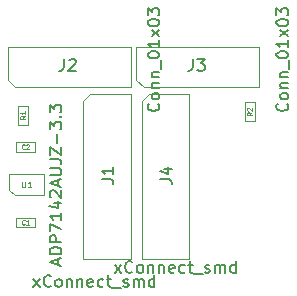
<source format=gbr>
G04 #@! TF.GenerationSoftware,KiCad,Pcbnew,5.1.4*
G04 #@! TF.CreationDate,2019-08-27T15:34:22-04:00*
G04 #@! TF.ProjectId,siot-node-temp,73696f74-2d6e-46f6-9465-2d74656d702e,rev?*
G04 #@! TF.SameCoordinates,Original*
G04 #@! TF.FileFunction,Other,Fab,Top*
%FSLAX46Y46*%
G04 Gerber Fmt 4.6, Leading zero omitted, Abs format (unit mm)*
G04 Created by KiCad (PCBNEW 5.1.4) date 2019-08-27 15:34:22*
%MOMM*%
%LPD*%
G04 APERTURE LIST*
%ADD10C,0.100000*%
%ADD11C,0.150000*%
%ADD12C,0.075000*%
%ADD13C,0.060000*%
G04 APERTURE END LIST*
D10*
X104800000Y-58300000D02*
X104200000Y-57700000D01*
X114600000Y-58300000D02*
X104800000Y-58300000D01*
X114600000Y-54900000D02*
X114600000Y-58300000D01*
X104200000Y-54900000D02*
X114600000Y-54900000D01*
X104200000Y-57700000D02*
X104200000Y-54900000D01*
X93900000Y-58300000D02*
X93300000Y-57700000D01*
X103700000Y-58300000D02*
X93900000Y-58300000D01*
X103700000Y-54900000D02*
X103700000Y-58300000D01*
X93300000Y-54900000D02*
X103700000Y-54900000D01*
X93300000Y-57700000D02*
X93300000Y-54900000D01*
X93450000Y-65720000D02*
X96350000Y-65720000D01*
X96350000Y-65720000D02*
X96350000Y-67480000D01*
X93900000Y-67480000D02*
X96350000Y-67480000D01*
X93450000Y-65720000D02*
X93450000Y-67030000D01*
X93900000Y-67480000D02*
X93450000Y-67030000D01*
X104650000Y-59500000D02*
X105250000Y-58900000D01*
X104650000Y-72900000D02*
X104650000Y-59500000D01*
X108650000Y-72900000D02*
X104650000Y-72900000D01*
X108650000Y-58900000D02*
X108650000Y-72900000D01*
X105250000Y-58900000D02*
X108650000Y-58900000D01*
X99700000Y-59500000D02*
X100300000Y-58900000D01*
X99700000Y-72900000D02*
X99700000Y-59500000D01*
X103700000Y-72900000D02*
X99700000Y-72900000D01*
X103700000Y-58900000D02*
X103700000Y-72900000D01*
X100300000Y-58900000D02*
X103700000Y-58900000D01*
X113400000Y-61200000D02*
X113400000Y-59600000D01*
X114200000Y-61200000D02*
X113400000Y-61200000D01*
X114200000Y-59600000D02*
X114200000Y-61200000D01*
X113400000Y-59600000D02*
X114200000Y-59600000D01*
X94200000Y-61500000D02*
X94200000Y-59900000D01*
X95000000Y-61500000D02*
X94200000Y-61500000D01*
X95000000Y-59900000D02*
X95000000Y-61500000D01*
X94200000Y-59900000D02*
X95000000Y-59900000D01*
X95600000Y-63800000D02*
X94000000Y-63800000D01*
X95600000Y-63000000D02*
X95600000Y-63800000D01*
X94000000Y-63000000D02*
X95600000Y-63000000D01*
X94000000Y-63800000D02*
X94000000Y-63000000D01*
X95600000Y-70200000D02*
X94000000Y-70200000D01*
X95600000Y-69400000D02*
X95600000Y-70200000D01*
X94000000Y-69400000D02*
X95600000Y-69400000D01*
X94000000Y-70200000D02*
X94000000Y-69400000D01*
D11*
X116957142Y-59738095D02*
X117004761Y-59785714D01*
X117052380Y-59928571D01*
X117052380Y-60023809D01*
X117004761Y-60166666D01*
X116909523Y-60261904D01*
X116814285Y-60309523D01*
X116623809Y-60357142D01*
X116480952Y-60357142D01*
X116290476Y-60309523D01*
X116195238Y-60261904D01*
X116100000Y-60166666D01*
X116052380Y-60023809D01*
X116052380Y-59928571D01*
X116100000Y-59785714D01*
X116147619Y-59738095D01*
X117052380Y-59166666D02*
X117004761Y-59261904D01*
X116957142Y-59309523D01*
X116861904Y-59357142D01*
X116576190Y-59357142D01*
X116480952Y-59309523D01*
X116433333Y-59261904D01*
X116385714Y-59166666D01*
X116385714Y-59023809D01*
X116433333Y-58928571D01*
X116480952Y-58880952D01*
X116576190Y-58833333D01*
X116861904Y-58833333D01*
X116957142Y-58880952D01*
X117004761Y-58928571D01*
X117052380Y-59023809D01*
X117052380Y-59166666D01*
X116385714Y-58404761D02*
X117052380Y-58404761D01*
X116480952Y-58404761D02*
X116433333Y-58357142D01*
X116385714Y-58261904D01*
X116385714Y-58119047D01*
X116433333Y-58023809D01*
X116528571Y-57976190D01*
X117052380Y-57976190D01*
X116385714Y-57500000D02*
X117052380Y-57500000D01*
X116480952Y-57500000D02*
X116433333Y-57452380D01*
X116385714Y-57357142D01*
X116385714Y-57214285D01*
X116433333Y-57119047D01*
X116528571Y-57071428D01*
X117052380Y-57071428D01*
X117147619Y-56833333D02*
X117147619Y-56071428D01*
X116052380Y-55642857D02*
X116052380Y-55547619D01*
X116100000Y-55452380D01*
X116147619Y-55404761D01*
X116242857Y-55357142D01*
X116433333Y-55309523D01*
X116671428Y-55309523D01*
X116861904Y-55357142D01*
X116957142Y-55404761D01*
X117004761Y-55452380D01*
X117052380Y-55547619D01*
X117052380Y-55642857D01*
X117004761Y-55738095D01*
X116957142Y-55785714D01*
X116861904Y-55833333D01*
X116671428Y-55880952D01*
X116433333Y-55880952D01*
X116242857Y-55833333D01*
X116147619Y-55785714D01*
X116100000Y-55738095D01*
X116052380Y-55642857D01*
X117052380Y-54357142D02*
X117052380Y-54928571D01*
X117052380Y-54642857D02*
X116052380Y-54642857D01*
X116195238Y-54738095D01*
X116290476Y-54833333D01*
X116338095Y-54928571D01*
X117052380Y-54023809D02*
X116385714Y-53500000D01*
X116385714Y-54023809D02*
X117052380Y-53500000D01*
X116052380Y-52928571D02*
X116052380Y-52833333D01*
X116100000Y-52738095D01*
X116147619Y-52690476D01*
X116242857Y-52642857D01*
X116433333Y-52595238D01*
X116671428Y-52595238D01*
X116861904Y-52642857D01*
X116957142Y-52690476D01*
X117004761Y-52738095D01*
X117052380Y-52833333D01*
X117052380Y-52928571D01*
X117004761Y-53023809D01*
X116957142Y-53071428D01*
X116861904Y-53119047D01*
X116671428Y-53166666D01*
X116433333Y-53166666D01*
X116242857Y-53119047D01*
X116147619Y-53071428D01*
X116100000Y-53023809D01*
X116052380Y-52928571D01*
X116052380Y-52261904D02*
X116052380Y-51642857D01*
X116433333Y-51976190D01*
X116433333Y-51833333D01*
X116480952Y-51738095D01*
X116528571Y-51690476D01*
X116623809Y-51642857D01*
X116861904Y-51642857D01*
X116957142Y-51690476D01*
X117004761Y-51738095D01*
X117052380Y-51833333D01*
X117052380Y-52119047D01*
X117004761Y-52214285D01*
X116957142Y-52261904D01*
X108966666Y-55952380D02*
X108966666Y-56666666D01*
X108919047Y-56809523D01*
X108823809Y-56904761D01*
X108680952Y-56952380D01*
X108585714Y-56952380D01*
X109347619Y-55952380D02*
X109966666Y-55952380D01*
X109633333Y-56333333D01*
X109776190Y-56333333D01*
X109871428Y-56380952D01*
X109919047Y-56428571D01*
X109966666Y-56523809D01*
X109966666Y-56761904D01*
X109919047Y-56857142D01*
X109871428Y-56904761D01*
X109776190Y-56952380D01*
X109490476Y-56952380D01*
X109395238Y-56904761D01*
X109347619Y-56857142D01*
X106057142Y-59738095D02*
X106104761Y-59785714D01*
X106152380Y-59928571D01*
X106152380Y-60023809D01*
X106104761Y-60166666D01*
X106009523Y-60261904D01*
X105914285Y-60309523D01*
X105723809Y-60357142D01*
X105580952Y-60357142D01*
X105390476Y-60309523D01*
X105295238Y-60261904D01*
X105200000Y-60166666D01*
X105152380Y-60023809D01*
X105152380Y-59928571D01*
X105200000Y-59785714D01*
X105247619Y-59738095D01*
X106152380Y-59166666D02*
X106104761Y-59261904D01*
X106057142Y-59309523D01*
X105961904Y-59357142D01*
X105676190Y-59357142D01*
X105580952Y-59309523D01*
X105533333Y-59261904D01*
X105485714Y-59166666D01*
X105485714Y-59023809D01*
X105533333Y-58928571D01*
X105580952Y-58880952D01*
X105676190Y-58833333D01*
X105961904Y-58833333D01*
X106057142Y-58880952D01*
X106104761Y-58928571D01*
X106152380Y-59023809D01*
X106152380Y-59166666D01*
X105485714Y-58404761D02*
X106152380Y-58404761D01*
X105580952Y-58404761D02*
X105533333Y-58357142D01*
X105485714Y-58261904D01*
X105485714Y-58119047D01*
X105533333Y-58023809D01*
X105628571Y-57976190D01*
X106152380Y-57976190D01*
X105485714Y-57500000D02*
X106152380Y-57500000D01*
X105580952Y-57500000D02*
X105533333Y-57452380D01*
X105485714Y-57357142D01*
X105485714Y-57214285D01*
X105533333Y-57119047D01*
X105628571Y-57071428D01*
X106152380Y-57071428D01*
X106247619Y-56833333D02*
X106247619Y-56071428D01*
X105152380Y-55642857D02*
X105152380Y-55547619D01*
X105200000Y-55452380D01*
X105247619Y-55404761D01*
X105342857Y-55357142D01*
X105533333Y-55309523D01*
X105771428Y-55309523D01*
X105961904Y-55357142D01*
X106057142Y-55404761D01*
X106104761Y-55452380D01*
X106152380Y-55547619D01*
X106152380Y-55642857D01*
X106104761Y-55738095D01*
X106057142Y-55785714D01*
X105961904Y-55833333D01*
X105771428Y-55880952D01*
X105533333Y-55880952D01*
X105342857Y-55833333D01*
X105247619Y-55785714D01*
X105200000Y-55738095D01*
X105152380Y-55642857D01*
X106152380Y-54357142D02*
X106152380Y-54928571D01*
X106152380Y-54642857D02*
X105152380Y-54642857D01*
X105295238Y-54738095D01*
X105390476Y-54833333D01*
X105438095Y-54928571D01*
X106152380Y-54023809D02*
X105485714Y-53500000D01*
X105485714Y-54023809D02*
X106152380Y-53500000D01*
X105152380Y-52928571D02*
X105152380Y-52833333D01*
X105200000Y-52738095D01*
X105247619Y-52690476D01*
X105342857Y-52642857D01*
X105533333Y-52595238D01*
X105771428Y-52595238D01*
X105961904Y-52642857D01*
X106057142Y-52690476D01*
X106104761Y-52738095D01*
X106152380Y-52833333D01*
X106152380Y-52928571D01*
X106104761Y-53023809D01*
X106057142Y-53071428D01*
X105961904Y-53119047D01*
X105771428Y-53166666D01*
X105533333Y-53166666D01*
X105342857Y-53119047D01*
X105247619Y-53071428D01*
X105200000Y-53023809D01*
X105152380Y-52928571D01*
X105152380Y-52261904D02*
X105152380Y-51642857D01*
X105533333Y-51976190D01*
X105533333Y-51833333D01*
X105580952Y-51738095D01*
X105628571Y-51690476D01*
X105723809Y-51642857D01*
X105961904Y-51642857D01*
X106057142Y-51690476D01*
X106104761Y-51738095D01*
X106152380Y-51833333D01*
X106152380Y-52119047D01*
X106104761Y-52214285D01*
X106057142Y-52261904D01*
X98066666Y-55952380D02*
X98066666Y-56666666D01*
X98019047Y-56809523D01*
X97923809Y-56904761D01*
X97780952Y-56952380D01*
X97685714Y-56952380D01*
X98495238Y-56047619D02*
X98542857Y-56000000D01*
X98638095Y-55952380D01*
X98876190Y-55952380D01*
X98971428Y-56000000D01*
X99019047Y-56047619D01*
X99066666Y-56142857D01*
X99066666Y-56238095D01*
X99019047Y-56380952D01*
X98447619Y-56952380D01*
X99066666Y-56952380D01*
X97566666Y-73361904D02*
X97566666Y-72885714D01*
X97852380Y-73457142D02*
X96852380Y-73123809D01*
X97852380Y-72790476D01*
X97852380Y-72457142D02*
X96852380Y-72457142D01*
X96852380Y-72219047D01*
X96900000Y-72076190D01*
X96995238Y-71980952D01*
X97090476Y-71933333D01*
X97280952Y-71885714D01*
X97423809Y-71885714D01*
X97614285Y-71933333D01*
X97709523Y-71980952D01*
X97804761Y-72076190D01*
X97852380Y-72219047D01*
X97852380Y-72457142D01*
X97852380Y-71457142D02*
X96852380Y-71457142D01*
X96852380Y-71076190D01*
X96900000Y-70980952D01*
X96947619Y-70933333D01*
X97042857Y-70885714D01*
X97185714Y-70885714D01*
X97280952Y-70933333D01*
X97328571Y-70980952D01*
X97376190Y-71076190D01*
X97376190Y-71457142D01*
X96852380Y-70552380D02*
X96852380Y-69885714D01*
X97852380Y-70314285D01*
X97852380Y-68980952D02*
X97852380Y-69552380D01*
X97852380Y-69266666D02*
X96852380Y-69266666D01*
X96995238Y-69361904D01*
X97090476Y-69457142D01*
X97138095Y-69552380D01*
X97185714Y-68123809D02*
X97852380Y-68123809D01*
X96804761Y-68361904D02*
X97519047Y-68600000D01*
X97519047Y-67980952D01*
X96947619Y-67647619D02*
X96900000Y-67600000D01*
X96852380Y-67504761D01*
X96852380Y-67266666D01*
X96900000Y-67171428D01*
X96947619Y-67123809D01*
X97042857Y-67076190D01*
X97138095Y-67076190D01*
X97280952Y-67123809D01*
X97852380Y-67695238D01*
X97852380Y-67076190D01*
X97566666Y-66695238D02*
X97566666Y-66219047D01*
X97852380Y-66790476D02*
X96852380Y-66457142D01*
X97852380Y-66123809D01*
X96852380Y-65790476D02*
X97661904Y-65790476D01*
X97757142Y-65742857D01*
X97804761Y-65695238D01*
X97852380Y-65600000D01*
X97852380Y-65409523D01*
X97804761Y-65314285D01*
X97757142Y-65266666D01*
X97661904Y-65219047D01*
X96852380Y-65219047D01*
X96852380Y-64457142D02*
X97566666Y-64457142D01*
X97709523Y-64504761D01*
X97804761Y-64600000D01*
X97852380Y-64742857D01*
X97852380Y-64838095D01*
X96852380Y-64076190D02*
X96852380Y-63409523D01*
X97852380Y-64076190D01*
X97852380Y-63409523D01*
X97471428Y-63028571D02*
X97471428Y-62266666D01*
X96852380Y-61885714D02*
X96852380Y-61266666D01*
X97233333Y-61600000D01*
X97233333Y-61457142D01*
X97280952Y-61361904D01*
X97328571Y-61314285D01*
X97423809Y-61266666D01*
X97661904Y-61266666D01*
X97757142Y-61314285D01*
X97804761Y-61361904D01*
X97852380Y-61457142D01*
X97852380Y-61742857D01*
X97804761Y-61838095D01*
X97757142Y-61885714D01*
X97757142Y-60838095D02*
X97804761Y-60790476D01*
X97852380Y-60838095D01*
X97804761Y-60885714D01*
X97757142Y-60838095D01*
X97852380Y-60838095D01*
X96852380Y-60457142D02*
X96852380Y-59838095D01*
X97233333Y-60171428D01*
X97233333Y-60028571D01*
X97280952Y-59933333D01*
X97328571Y-59885714D01*
X97423809Y-59838095D01*
X97661904Y-59838095D01*
X97757142Y-59885714D01*
X97804761Y-59933333D01*
X97852380Y-60028571D01*
X97852380Y-60314285D01*
X97804761Y-60409523D01*
X97757142Y-60457142D01*
D12*
X94519047Y-66326190D02*
X94519047Y-66730952D01*
X94542857Y-66778571D01*
X94566666Y-66802380D01*
X94614285Y-66826190D01*
X94709523Y-66826190D01*
X94757142Y-66802380D01*
X94780952Y-66778571D01*
X94804761Y-66730952D01*
X94804761Y-66326190D01*
X95304761Y-66826190D02*
X95019047Y-66826190D01*
X95161904Y-66826190D02*
X95161904Y-66326190D01*
X95114285Y-66397619D01*
X95066666Y-66445238D01*
X95019047Y-66469047D01*
D11*
X102383333Y-74052380D02*
X102907142Y-73385714D01*
X102383333Y-73385714D02*
X102907142Y-74052380D01*
X103859523Y-73957142D02*
X103811904Y-74004761D01*
X103669047Y-74052380D01*
X103573809Y-74052380D01*
X103430952Y-74004761D01*
X103335714Y-73909523D01*
X103288095Y-73814285D01*
X103240476Y-73623809D01*
X103240476Y-73480952D01*
X103288095Y-73290476D01*
X103335714Y-73195238D01*
X103430952Y-73100000D01*
X103573809Y-73052380D01*
X103669047Y-73052380D01*
X103811904Y-73100000D01*
X103859523Y-73147619D01*
X104430952Y-74052380D02*
X104335714Y-74004761D01*
X104288095Y-73957142D01*
X104240476Y-73861904D01*
X104240476Y-73576190D01*
X104288095Y-73480952D01*
X104335714Y-73433333D01*
X104430952Y-73385714D01*
X104573809Y-73385714D01*
X104669047Y-73433333D01*
X104716666Y-73480952D01*
X104764285Y-73576190D01*
X104764285Y-73861904D01*
X104716666Y-73957142D01*
X104669047Y-74004761D01*
X104573809Y-74052380D01*
X104430952Y-74052380D01*
X105192857Y-73385714D02*
X105192857Y-74052380D01*
X105192857Y-73480952D02*
X105240476Y-73433333D01*
X105335714Y-73385714D01*
X105478571Y-73385714D01*
X105573809Y-73433333D01*
X105621428Y-73528571D01*
X105621428Y-74052380D01*
X106097619Y-73385714D02*
X106097619Y-74052380D01*
X106097619Y-73480952D02*
X106145238Y-73433333D01*
X106240476Y-73385714D01*
X106383333Y-73385714D01*
X106478571Y-73433333D01*
X106526190Y-73528571D01*
X106526190Y-74052380D01*
X107383333Y-74004761D02*
X107288095Y-74052380D01*
X107097619Y-74052380D01*
X107002380Y-74004761D01*
X106954761Y-73909523D01*
X106954761Y-73528571D01*
X107002380Y-73433333D01*
X107097619Y-73385714D01*
X107288095Y-73385714D01*
X107383333Y-73433333D01*
X107430952Y-73528571D01*
X107430952Y-73623809D01*
X106954761Y-73719047D01*
X108288095Y-74004761D02*
X108192857Y-74052380D01*
X108002380Y-74052380D01*
X107907142Y-74004761D01*
X107859523Y-73957142D01*
X107811904Y-73861904D01*
X107811904Y-73576190D01*
X107859523Y-73480952D01*
X107907142Y-73433333D01*
X108002380Y-73385714D01*
X108192857Y-73385714D01*
X108288095Y-73433333D01*
X108573809Y-73385714D02*
X108954761Y-73385714D01*
X108716666Y-73052380D02*
X108716666Y-73909523D01*
X108764285Y-74004761D01*
X108859523Y-74052380D01*
X108954761Y-74052380D01*
X109050000Y-74147619D02*
X109811904Y-74147619D01*
X110002380Y-74004761D02*
X110097619Y-74052380D01*
X110288095Y-74052380D01*
X110383333Y-74004761D01*
X110430952Y-73909523D01*
X110430952Y-73861904D01*
X110383333Y-73766666D01*
X110288095Y-73719047D01*
X110145238Y-73719047D01*
X110050000Y-73671428D01*
X110002380Y-73576190D01*
X110002380Y-73528571D01*
X110050000Y-73433333D01*
X110145238Y-73385714D01*
X110288095Y-73385714D01*
X110383333Y-73433333D01*
X110859523Y-74052380D02*
X110859523Y-73385714D01*
X110859523Y-73480952D02*
X110907142Y-73433333D01*
X111002380Y-73385714D01*
X111145238Y-73385714D01*
X111240476Y-73433333D01*
X111288095Y-73528571D01*
X111288095Y-74052380D01*
X111288095Y-73528571D02*
X111335714Y-73433333D01*
X111430952Y-73385714D01*
X111573809Y-73385714D01*
X111669047Y-73433333D01*
X111716666Y-73528571D01*
X111716666Y-74052380D01*
X112621428Y-74052380D02*
X112621428Y-73052380D01*
X112621428Y-74004761D02*
X112526190Y-74052380D01*
X112335714Y-74052380D01*
X112240476Y-74004761D01*
X112192857Y-73957142D01*
X112145238Y-73861904D01*
X112145238Y-73576190D01*
X112192857Y-73480952D01*
X112240476Y-73433333D01*
X112335714Y-73385714D01*
X112526190Y-73385714D01*
X112621428Y-73433333D01*
X106202380Y-66133333D02*
X106916666Y-66133333D01*
X107059523Y-66180952D01*
X107154761Y-66276190D01*
X107202380Y-66419047D01*
X107202380Y-66514285D01*
X106535714Y-65228571D02*
X107202380Y-65228571D01*
X106154761Y-65466666D02*
X106869047Y-65704761D01*
X106869047Y-65085714D01*
X95483333Y-75252380D02*
X96007142Y-74585714D01*
X95483333Y-74585714D02*
X96007142Y-75252380D01*
X96959523Y-75157142D02*
X96911904Y-75204761D01*
X96769047Y-75252380D01*
X96673809Y-75252380D01*
X96530952Y-75204761D01*
X96435714Y-75109523D01*
X96388095Y-75014285D01*
X96340476Y-74823809D01*
X96340476Y-74680952D01*
X96388095Y-74490476D01*
X96435714Y-74395238D01*
X96530952Y-74300000D01*
X96673809Y-74252380D01*
X96769047Y-74252380D01*
X96911904Y-74300000D01*
X96959523Y-74347619D01*
X97530952Y-75252380D02*
X97435714Y-75204761D01*
X97388095Y-75157142D01*
X97340476Y-75061904D01*
X97340476Y-74776190D01*
X97388095Y-74680952D01*
X97435714Y-74633333D01*
X97530952Y-74585714D01*
X97673809Y-74585714D01*
X97769047Y-74633333D01*
X97816666Y-74680952D01*
X97864285Y-74776190D01*
X97864285Y-75061904D01*
X97816666Y-75157142D01*
X97769047Y-75204761D01*
X97673809Y-75252380D01*
X97530952Y-75252380D01*
X98292857Y-74585714D02*
X98292857Y-75252380D01*
X98292857Y-74680952D02*
X98340476Y-74633333D01*
X98435714Y-74585714D01*
X98578571Y-74585714D01*
X98673809Y-74633333D01*
X98721428Y-74728571D01*
X98721428Y-75252380D01*
X99197619Y-74585714D02*
X99197619Y-75252380D01*
X99197619Y-74680952D02*
X99245238Y-74633333D01*
X99340476Y-74585714D01*
X99483333Y-74585714D01*
X99578571Y-74633333D01*
X99626190Y-74728571D01*
X99626190Y-75252380D01*
X100483333Y-75204761D02*
X100388095Y-75252380D01*
X100197619Y-75252380D01*
X100102380Y-75204761D01*
X100054761Y-75109523D01*
X100054761Y-74728571D01*
X100102380Y-74633333D01*
X100197619Y-74585714D01*
X100388095Y-74585714D01*
X100483333Y-74633333D01*
X100530952Y-74728571D01*
X100530952Y-74823809D01*
X100054761Y-74919047D01*
X101388095Y-75204761D02*
X101292857Y-75252380D01*
X101102380Y-75252380D01*
X101007142Y-75204761D01*
X100959523Y-75157142D01*
X100911904Y-75061904D01*
X100911904Y-74776190D01*
X100959523Y-74680952D01*
X101007142Y-74633333D01*
X101102380Y-74585714D01*
X101292857Y-74585714D01*
X101388095Y-74633333D01*
X101673809Y-74585714D02*
X102054761Y-74585714D01*
X101816666Y-74252380D02*
X101816666Y-75109523D01*
X101864285Y-75204761D01*
X101959523Y-75252380D01*
X102054761Y-75252380D01*
X102150000Y-75347619D02*
X102911904Y-75347619D01*
X103102380Y-75204761D02*
X103197619Y-75252380D01*
X103388095Y-75252380D01*
X103483333Y-75204761D01*
X103530952Y-75109523D01*
X103530952Y-75061904D01*
X103483333Y-74966666D01*
X103388095Y-74919047D01*
X103245238Y-74919047D01*
X103150000Y-74871428D01*
X103102380Y-74776190D01*
X103102380Y-74728571D01*
X103150000Y-74633333D01*
X103245238Y-74585714D01*
X103388095Y-74585714D01*
X103483333Y-74633333D01*
X103959523Y-75252380D02*
X103959523Y-74585714D01*
X103959523Y-74680952D02*
X104007142Y-74633333D01*
X104102380Y-74585714D01*
X104245238Y-74585714D01*
X104340476Y-74633333D01*
X104388095Y-74728571D01*
X104388095Y-75252380D01*
X104388095Y-74728571D02*
X104435714Y-74633333D01*
X104530952Y-74585714D01*
X104673809Y-74585714D01*
X104769047Y-74633333D01*
X104816666Y-74728571D01*
X104816666Y-75252380D01*
X105721428Y-75252380D02*
X105721428Y-74252380D01*
X105721428Y-75204761D02*
X105626190Y-75252380D01*
X105435714Y-75252380D01*
X105340476Y-75204761D01*
X105292857Y-75157142D01*
X105245238Y-75061904D01*
X105245238Y-74776190D01*
X105292857Y-74680952D01*
X105340476Y-74633333D01*
X105435714Y-74585714D01*
X105626190Y-74585714D01*
X105721428Y-74633333D01*
X101252380Y-66133333D02*
X101966666Y-66133333D01*
X102109523Y-66180952D01*
X102204761Y-66276190D01*
X102252380Y-66419047D01*
X102252380Y-66514285D01*
X102252380Y-65133333D02*
X102252380Y-65704761D01*
X102252380Y-65419047D02*
X101252380Y-65419047D01*
X101395238Y-65514285D01*
X101490476Y-65609523D01*
X101538095Y-65704761D01*
D13*
X113980952Y-60466666D02*
X113790476Y-60600000D01*
X113980952Y-60695238D02*
X113580952Y-60695238D01*
X113580952Y-60542857D01*
X113600000Y-60504761D01*
X113619047Y-60485714D01*
X113657142Y-60466666D01*
X113714285Y-60466666D01*
X113752380Y-60485714D01*
X113771428Y-60504761D01*
X113790476Y-60542857D01*
X113790476Y-60695238D01*
X113619047Y-60314285D02*
X113600000Y-60295238D01*
X113580952Y-60257142D01*
X113580952Y-60161904D01*
X113600000Y-60123809D01*
X113619047Y-60104761D01*
X113657142Y-60085714D01*
X113695238Y-60085714D01*
X113752380Y-60104761D01*
X113980952Y-60333333D01*
X113980952Y-60085714D01*
X94780952Y-60766666D02*
X94590476Y-60900000D01*
X94780952Y-60995238D02*
X94380952Y-60995238D01*
X94380952Y-60842857D01*
X94400000Y-60804761D01*
X94419047Y-60785714D01*
X94457142Y-60766666D01*
X94514285Y-60766666D01*
X94552380Y-60785714D01*
X94571428Y-60804761D01*
X94590476Y-60842857D01*
X94590476Y-60995238D01*
X94780952Y-60385714D02*
X94780952Y-60614285D01*
X94780952Y-60500000D02*
X94380952Y-60500000D01*
X94438095Y-60538095D01*
X94476190Y-60576190D01*
X94495238Y-60614285D01*
X94733333Y-63542857D02*
X94714285Y-63561904D01*
X94657142Y-63580952D01*
X94619047Y-63580952D01*
X94561904Y-63561904D01*
X94523809Y-63523809D01*
X94504761Y-63485714D01*
X94485714Y-63409523D01*
X94485714Y-63352380D01*
X94504761Y-63276190D01*
X94523809Y-63238095D01*
X94561904Y-63200000D01*
X94619047Y-63180952D01*
X94657142Y-63180952D01*
X94714285Y-63200000D01*
X94733333Y-63219047D01*
X94885714Y-63219047D02*
X94904761Y-63200000D01*
X94942857Y-63180952D01*
X95038095Y-63180952D01*
X95076190Y-63200000D01*
X95095238Y-63219047D01*
X95114285Y-63257142D01*
X95114285Y-63295238D01*
X95095238Y-63352380D01*
X94866666Y-63580952D01*
X95114285Y-63580952D01*
X94733333Y-69942857D02*
X94714285Y-69961904D01*
X94657142Y-69980952D01*
X94619047Y-69980952D01*
X94561904Y-69961904D01*
X94523809Y-69923809D01*
X94504761Y-69885714D01*
X94485714Y-69809523D01*
X94485714Y-69752380D01*
X94504761Y-69676190D01*
X94523809Y-69638095D01*
X94561904Y-69600000D01*
X94619047Y-69580952D01*
X94657142Y-69580952D01*
X94714285Y-69600000D01*
X94733333Y-69619047D01*
X95114285Y-69980952D02*
X94885714Y-69980952D01*
X95000000Y-69980952D02*
X95000000Y-69580952D01*
X94961904Y-69638095D01*
X94923809Y-69676190D01*
X94885714Y-69695238D01*
M02*

</source>
